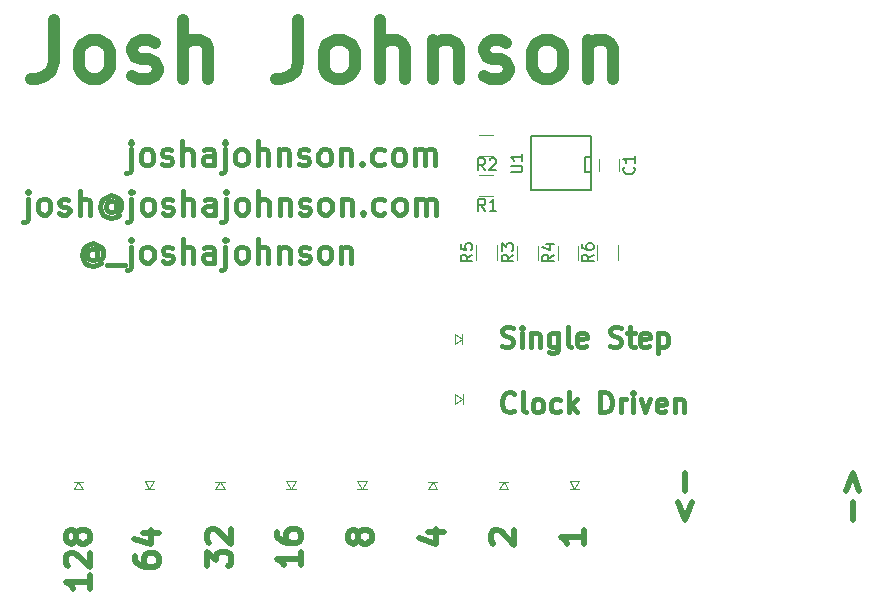
<source format=gbr>
G04 #@! TF.FileFunction,Legend,Top*
%FSLAX46Y46*%
G04 Gerber Fmt 4.6, Leading zero omitted, Abs format (unit mm)*
G04 Created by KiCad (PCBNEW 4.0.7) date 07/08/18 18:21:33*
%MOMM*%
%LPD*%
G01*
G04 APERTURE LIST*
%ADD10C,0.100000*%
%ADD11C,1.000000*%
%ADD12C,0.400000*%
%ADD13C,0.120000*%
%ADD14C,0.150000*%
%ADD15C,0.500000*%
G04 APERTURE END LIST*
D10*
D11*
X64907808Y-58602905D02*
X64907808Y-62174333D01*
X64669712Y-62888619D01*
X64193522Y-63364810D01*
X63479236Y-63602905D01*
X63003046Y-63602905D01*
X68003046Y-63602905D02*
X67526855Y-63364810D01*
X67288760Y-63126714D01*
X67050665Y-62650524D01*
X67050665Y-61221952D01*
X67288760Y-60745762D01*
X67526855Y-60507667D01*
X68003046Y-60269571D01*
X68717332Y-60269571D01*
X69193522Y-60507667D01*
X69431617Y-60745762D01*
X69669713Y-61221952D01*
X69669713Y-62650524D01*
X69431617Y-63126714D01*
X69193522Y-63364810D01*
X68717332Y-63602905D01*
X68003046Y-63602905D01*
X71574475Y-63364810D02*
X72050665Y-63602905D01*
X73003046Y-63602905D01*
X73479237Y-63364810D01*
X73717332Y-62888619D01*
X73717332Y-62650524D01*
X73479237Y-62174333D01*
X73003046Y-61936238D01*
X72288761Y-61936238D01*
X71812570Y-61698143D01*
X71574475Y-61221952D01*
X71574475Y-60983857D01*
X71812570Y-60507667D01*
X72288761Y-60269571D01*
X73003046Y-60269571D01*
X73479237Y-60507667D01*
X75860189Y-63602905D02*
X75860189Y-58602905D01*
X78003046Y-63602905D02*
X78003046Y-60983857D01*
X77764951Y-60507667D01*
X77288761Y-60269571D01*
X76574475Y-60269571D01*
X76098284Y-60507667D01*
X75860189Y-60745762D01*
X85622095Y-58602905D02*
X85622095Y-62174333D01*
X85383999Y-62888619D01*
X84907809Y-63364810D01*
X84193523Y-63602905D01*
X83717333Y-63602905D01*
X88717333Y-63602905D02*
X88241142Y-63364810D01*
X88003047Y-63126714D01*
X87764952Y-62650524D01*
X87764952Y-61221952D01*
X88003047Y-60745762D01*
X88241142Y-60507667D01*
X88717333Y-60269571D01*
X89431619Y-60269571D01*
X89907809Y-60507667D01*
X90145904Y-60745762D01*
X90384000Y-61221952D01*
X90384000Y-62650524D01*
X90145904Y-63126714D01*
X89907809Y-63364810D01*
X89431619Y-63602905D01*
X88717333Y-63602905D01*
X92526857Y-63602905D02*
X92526857Y-58602905D01*
X94669714Y-63602905D02*
X94669714Y-60983857D01*
X94431619Y-60507667D01*
X93955429Y-60269571D01*
X93241143Y-60269571D01*
X92764952Y-60507667D01*
X92526857Y-60745762D01*
X97050667Y-60269571D02*
X97050667Y-63602905D01*
X97050667Y-60745762D02*
X97288762Y-60507667D01*
X97764953Y-60269571D01*
X98479239Y-60269571D01*
X98955429Y-60507667D01*
X99193524Y-60983857D01*
X99193524Y-63602905D01*
X101336382Y-63364810D02*
X101812572Y-63602905D01*
X102764953Y-63602905D01*
X103241144Y-63364810D01*
X103479239Y-62888619D01*
X103479239Y-62650524D01*
X103241144Y-62174333D01*
X102764953Y-61936238D01*
X102050668Y-61936238D01*
X101574477Y-61698143D01*
X101336382Y-61221952D01*
X101336382Y-60983857D01*
X101574477Y-60507667D01*
X102050668Y-60269571D01*
X102764953Y-60269571D01*
X103241144Y-60507667D01*
X106336382Y-63602905D02*
X105860191Y-63364810D01*
X105622096Y-63126714D01*
X105384001Y-62650524D01*
X105384001Y-61221952D01*
X105622096Y-60745762D01*
X105860191Y-60507667D01*
X106336382Y-60269571D01*
X107050668Y-60269571D01*
X107526858Y-60507667D01*
X107764953Y-60745762D01*
X108003049Y-61221952D01*
X108003049Y-62650524D01*
X107764953Y-63126714D01*
X107526858Y-63364810D01*
X107050668Y-63602905D01*
X106336382Y-63602905D01*
X110145906Y-60269571D02*
X110145906Y-63602905D01*
X110145906Y-60745762D02*
X110384001Y-60507667D01*
X110860192Y-60269571D01*
X111574478Y-60269571D01*
X112050668Y-60507667D01*
X112288763Y-60983857D01*
X112288763Y-63602905D01*
D12*
X68597142Y-78184381D02*
X68501904Y-78089143D01*
X68311427Y-77993905D01*
X68120951Y-77993905D01*
X67930475Y-78089143D01*
X67835237Y-78184381D01*
X67739999Y-78374857D01*
X67739999Y-78565333D01*
X67835237Y-78755810D01*
X67930475Y-78851048D01*
X68120951Y-78946286D01*
X68311427Y-78946286D01*
X68501904Y-78851048D01*
X68597142Y-78755810D01*
X68597142Y-77993905D02*
X68597142Y-78755810D01*
X68692380Y-78851048D01*
X68787618Y-78851048D01*
X68978094Y-78755810D01*
X69073332Y-78565333D01*
X69073332Y-78089143D01*
X68882856Y-77803429D01*
X68597142Y-77612952D01*
X68216189Y-77517714D01*
X67835237Y-77612952D01*
X67549523Y-77803429D01*
X67359046Y-78089143D01*
X67263808Y-78470095D01*
X67359046Y-78851048D01*
X67549523Y-79136762D01*
X67835237Y-79327238D01*
X68216189Y-79422476D01*
X68597142Y-79327238D01*
X68882856Y-79136762D01*
X69454285Y-79327238D02*
X70978095Y-79327238D01*
X71454285Y-77803429D02*
X71454285Y-79517714D01*
X71359047Y-79708190D01*
X71168571Y-79803429D01*
X71073333Y-79803429D01*
X71454285Y-77136762D02*
X71359047Y-77232000D01*
X71454285Y-77327238D01*
X71549524Y-77232000D01*
X71454285Y-77136762D01*
X71454285Y-77327238D01*
X72692381Y-79136762D02*
X72501905Y-79041524D01*
X72406666Y-78946286D01*
X72311428Y-78755810D01*
X72311428Y-78184381D01*
X72406666Y-77993905D01*
X72501905Y-77898667D01*
X72692381Y-77803429D01*
X72978095Y-77803429D01*
X73168571Y-77898667D01*
X73263809Y-77993905D01*
X73359047Y-78184381D01*
X73359047Y-78755810D01*
X73263809Y-78946286D01*
X73168571Y-79041524D01*
X72978095Y-79136762D01*
X72692381Y-79136762D01*
X74120952Y-79041524D02*
X74311429Y-79136762D01*
X74692381Y-79136762D01*
X74882857Y-79041524D01*
X74978095Y-78851048D01*
X74978095Y-78755810D01*
X74882857Y-78565333D01*
X74692381Y-78470095D01*
X74406667Y-78470095D01*
X74216190Y-78374857D01*
X74120952Y-78184381D01*
X74120952Y-78089143D01*
X74216190Y-77898667D01*
X74406667Y-77803429D01*
X74692381Y-77803429D01*
X74882857Y-77898667D01*
X75835238Y-79136762D02*
X75835238Y-77136762D01*
X76692381Y-79136762D02*
X76692381Y-78089143D01*
X76597143Y-77898667D01*
X76406667Y-77803429D01*
X76120953Y-77803429D01*
X75930477Y-77898667D01*
X75835238Y-77993905D01*
X78501905Y-79136762D02*
X78501905Y-78089143D01*
X78406667Y-77898667D01*
X78216191Y-77803429D01*
X77835239Y-77803429D01*
X77644762Y-77898667D01*
X78501905Y-79041524D02*
X78311429Y-79136762D01*
X77835239Y-79136762D01*
X77644762Y-79041524D01*
X77549524Y-78851048D01*
X77549524Y-78660571D01*
X77644762Y-78470095D01*
X77835239Y-78374857D01*
X78311429Y-78374857D01*
X78501905Y-78279619D01*
X79454286Y-77803429D02*
X79454286Y-79517714D01*
X79359048Y-79708190D01*
X79168572Y-79803429D01*
X79073334Y-79803429D01*
X79454286Y-77136762D02*
X79359048Y-77232000D01*
X79454286Y-77327238D01*
X79549525Y-77232000D01*
X79454286Y-77136762D01*
X79454286Y-77327238D01*
X80692382Y-79136762D02*
X80501906Y-79041524D01*
X80406667Y-78946286D01*
X80311429Y-78755810D01*
X80311429Y-78184381D01*
X80406667Y-77993905D01*
X80501906Y-77898667D01*
X80692382Y-77803429D01*
X80978096Y-77803429D01*
X81168572Y-77898667D01*
X81263810Y-77993905D01*
X81359048Y-78184381D01*
X81359048Y-78755810D01*
X81263810Y-78946286D01*
X81168572Y-79041524D01*
X80978096Y-79136762D01*
X80692382Y-79136762D01*
X82216191Y-79136762D02*
X82216191Y-77136762D01*
X83073334Y-79136762D02*
X83073334Y-78089143D01*
X82978096Y-77898667D01*
X82787620Y-77803429D01*
X82501906Y-77803429D01*
X82311430Y-77898667D01*
X82216191Y-77993905D01*
X84025715Y-77803429D02*
X84025715Y-79136762D01*
X84025715Y-77993905D02*
X84120954Y-77898667D01*
X84311430Y-77803429D01*
X84597144Y-77803429D01*
X84787620Y-77898667D01*
X84882858Y-78089143D01*
X84882858Y-79136762D01*
X85740001Y-79041524D02*
X85930478Y-79136762D01*
X86311430Y-79136762D01*
X86501906Y-79041524D01*
X86597144Y-78851048D01*
X86597144Y-78755810D01*
X86501906Y-78565333D01*
X86311430Y-78470095D01*
X86025716Y-78470095D01*
X85835239Y-78374857D01*
X85740001Y-78184381D01*
X85740001Y-78089143D01*
X85835239Y-77898667D01*
X86025716Y-77803429D01*
X86311430Y-77803429D01*
X86501906Y-77898667D01*
X87740002Y-79136762D02*
X87549526Y-79041524D01*
X87454287Y-78946286D01*
X87359049Y-78755810D01*
X87359049Y-78184381D01*
X87454287Y-77993905D01*
X87549526Y-77898667D01*
X87740002Y-77803429D01*
X88025716Y-77803429D01*
X88216192Y-77898667D01*
X88311430Y-77993905D01*
X88406668Y-78184381D01*
X88406668Y-78755810D01*
X88311430Y-78946286D01*
X88216192Y-79041524D01*
X88025716Y-79136762D01*
X87740002Y-79136762D01*
X89263811Y-77803429D02*
X89263811Y-79136762D01*
X89263811Y-77993905D02*
X89359050Y-77898667D01*
X89549526Y-77803429D01*
X89835240Y-77803429D01*
X90025716Y-77898667D01*
X90120954Y-78089143D01*
X90120954Y-79136762D01*
X62724283Y-73736429D02*
X62724283Y-75450714D01*
X62629045Y-75641190D01*
X62438569Y-75736429D01*
X62343331Y-75736429D01*
X62724283Y-73069762D02*
X62629045Y-73165000D01*
X62724283Y-73260238D01*
X62819522Y-73165000D01*
X62724283Y-73069762D01*
X62724283Y-73260238D01*
X63962379Y-75069762D02*
X63771903Y-74974524D01*
X63676664Y-74879286D01*
X63581426Y-74688810D01*
X63581426Y-74117381D01*
X63676664Y-73926905D01*
X63771903Y-73831667D01*
X63962379Y-73736429D01*
X64248093Y-73736429D01*
X64438569Y-73831667D01*
X64533807Y-73926905D01*
X64629045Y-74117381D01*
X64629045Y-74688810D01*
X64533807Y-74879286D01*
X64438569Y-74974524D01*
X64248093Y-75069762D01*
X63962379Y-75069762D01*
X65390950Y-74974524D02*
X65581427Y-75069762D01*
X65962379Y-75069762D01*
X66152855Y-74974524D01*
X66248093Y-74784048D01*
X66248093Y-74688810D01*
X66152855Y-74498333D01*
X65962379Y-74403095D01*
X65676665Y-74403095D01*
X65486188Y-74307857D01*
X65390950Y-74117381D01*
X65390950Y-74022143D01*
X65486188Y-73831667D01*
X65676665Y-73736429D01*
X65962379Y-73736429D01*
X66152855Y-73831667D01*
X67105236Y-75069762D02*
X67105236Y-73069762D01*
X67962379Y-75069762D02*
X67962379Y-74022143D01*
X67867141Y-73831667D01*
X67676665Y-73736429D01*
X67390951Y-73736429D01*
X67200475Y-73831667D01*
X67105236Y-73926905D01*
X70152856Y-74117381D02*
X70057618Y-74022143D01*
X69867141Y-73926905D01*
X69676665Y-73926905D01*
X69486189Y-74022143D01*
X69390951Y-74117381D01*
X69295713Y-74307857D01*
X69295713Y-74498333D01*
X69390951Y-74688810D01*
X69486189Y-74784048D01*
X69676665Y-74879286D01*
X69867141Y-74879286D01*
X70057618Y-74784048D01*
X70152856Y-74688810D01*
X70152856Y-73926905D02*
X70152856Y-74688810D01*
X70248094Y-74784048D01*
X70343332Y-74784048D01*
X70533808Y-74688810D01*
X70629046Y-74498333D01*
X70629046Y-74022143D01*
X70438570Y-73736429D01*
X70152856Y-73545952D01*
X69771903Y-73450714D01*
X69390951Y-73545952D01*
X69105237Y-73736429D01*
X68914760Y-74022143D01*
X68819522Y-74403095D01*
X68914760Y-74784048D01*
X69105237Y-75069762D01*
X69390951Y-75260238D01*
X69771903Y-75355476D01*
X70152856Y-75260238D01*
X70438570Y-75069762D01*
X71486189Y-73736429D02*
X71486189Y-75450714D01*
X71390951Y-75641190D01*
X71200475Y-75736429D01*
X71105237Y-75736429D01*
X71486189Y-73069762D02*
X71390951Y-73165000D01*
X71486189Y-73260238D01*
X71581428Y-73165000D01*
X71486189Y-73069762D01*
X71486189Y-73260238D01*
X72724285Y-75069762D02*
X72533809Y-74974524D01*
X72438570Y-74879286D01*
X72343332Y-74688810D01*
X72343332Y-74117381D01*
X72438570Y-73926905D01*
X72533809Y-73831667D01*
X72724285Y-73736429D01*
X73009999Y-73736429D01*
X73200475Y-73831667D01*
X73295713Y-73926905D01*
X73390951Y-74117381D01*
X73390951Y-74688810D01*
X73295713Y-74879286D01*
X73200475Y-74974524D01*
X73009999Y-75069762D01*
X72724285Y-75069762D01*
X74152856Y-74974524D02*
X74343333Y-75069762D01*
X74724285Y-75069762D01*
X74914761Y-74974524D01*
X75009999Y-74784048D01*
X75009999Y-74688810D01*
X74914761Y-74498333D01*
X74724285Y-74403095D01*
X74438571Y-74403095D01*
X74248094Y-74307857D01*
X74152856Y-74117381D01*
X74152856Y-74022143D01*
X74248094Y-73831667D01*
X74438571Y-73736429D01*
X74724285Y-73736429D01*
X74914761Y-73831667D01*
X75867142Y-75069762D02*
X75867142Y-73069762D01*
X76724285Y-75069762D02*
X76724285Y-74022143D01*
X76629047Y-73831667D01*
X76438571Y-73736429D01*
X76152857Y-73736429D01*
X75962381Y-73831667D01*
X75867142Y-73926905D01*
X78533809Y-75069762D02*
X78533809Y-74022143D01*
X78438571Y-73831667D01*
X78248095Y-73736429D01*
X77867143Y-73736429D01*
X77676666Y-73831667D01*
X78533809Y-74974524D02*
X78343333Y-75069762D01*
X77867143Y-75069762D01*
X77676666Y-74974524D01*
X77581428Y-74784048D01*
X77581428Y-74593571D01*
X77676666Y-74403095D01*
X77867143Y-74307857D01*
X78343333Y-74307857D01*
X78533809Y-74212619D01*
X79486190Y-73736429D02*
X79486190Y-75450714D01*
X79390952Y-75641190D01*
X79200476Y-75736429D01*
X79105238Y-75736429D01*
X79486190Y-73069762D02*
X79390952Y-73165000D01*
X79486190Y-73260238D01*
X79581429Y-73165000D01*
X79486190Y-73069762D01*
X79486190Y-73260238D01*
X80724286Y-75069762D02*
X80533810Y-74974524D01*
X80438571Y-74879286D01*
X80343333Y-74688810D01*
X80343333Y-74117381D01*
X80438571Y-73926905D01*
X80533810Y-73831667D01*
X80724286Y-73736429D01*
X81010000Y-73736429D01*
X81200476Y-73831667D01*
X81295714Y-73926905D01*
X81390952Y-74117381D01*
X81390952Y-74688810D01*
X81295714Y-74879286D01*
X81200476Y-74974524D01*
X81010000Y-75069762D01*
X80724286Y-75069762D01*
X82248095Y-75069762D02*
X82248095Y-73069762D01*
X83105238Y-75069762D02*
X83105238Y-74022143D01*
X83010000Y-73831667D01*
X82819524Y-73736429D01*
X82533810Y-73736429D01*
X82343334Y-73831667D01*
X82248095Y-73926905D01*
X84057619Y-73736429D02*
X84057619Y-75069762D01*
X84057619Y-73926905D02*
X84152858Y-73831667D01*
X84343334Y-73736429D01*
X84629048Y-73736429D01*
X84819524Y-73831667D01*
X84914762Y-74022143D01*
X84914762Y-75069762D01*
X85771905Y-74974524D02*
X85962382Y-75069762D01*
X86343334Y-75069762D01*
X86533810Y-74974524D01*
X86629048Y-74784048D01*
X86629048Y-74688810D01*
X86533810Y-74498333D01*
X86343334Y-74403095D01*
X86057620Y-74403095D01*
X85867143Y-74307857D01*
X85771905Y-74117381D01*
X85771905Y-74022143D01*
X85867143Y-73831667D01*
X86057620Y-73736429D01*
X86343334Y-73736429D01*
X86533810Y-73831667D01*
X87771906Y-75069762D02*
X87581430Y-74974524D01*
X87486191Y-74879286D01*
X87390953Y-74688810D01*
X87390953Y-74117381D01*
X87486191Y-73926905D01*
X87581430Y-73831667D01*
X87771906Y-73736429D01*
X88057620Y-73736429D01*
X88248096Y-73831667D01*
X88343334Y-73926905D01*
X88438572Y-74117381D01*
X88438572Y-74688810D01*
X88343334Y-74879286D01*
X88248096Y-74974524D01*
X88057620Y-75069762D01*
X87771906Y-75069762D01*
X89295715Y-73736429D02*
X89295715Y-75069762D01*
X89295715Y-73926905D02*
X89390954Y-73831667D01*
X89581430Y-73736429D01*
X89867144Y-73736429D01*
X90057620Y-73831667D01*
X90152858Y-74022143D01*
X90152858Y-75069762D01*
X91105239Y-74879286D02*
X91200478Y-74974524D01*
X91105239Y-75069762D01*
X91010001Y-74974524D01*
X91105239Y-74879286D01*
X91105239Y-75069762D01*
X92914763Y-74974524D02*
X92724287Y-75069762D01*
X92343335Y-75069762D01*
X92152859Y-74974524D01*
X92057620Y-74879286D01*
X91962382Y-74688810D01*
X91962382Y-74117381D01*
X92057620Y-73926905D01*
X92152859Y-73831667D01*
X92343335Y-73736429D01*
X92724287Y-73736429D01*
X92914763Y-73831667D01*
X94057621Y-75069762D02*
X93867145Y-74974524D01*
X93771906Y-74879286D01*
X93676668Y-74688810D01*
X93676668Y-74117381D01*
X93771906Y-73926905D01*
X93867145Y-73831667D01*
X94057621Y-73736429D01*
X94343335Y-73736429D01*
X94533811Y-73831667D01*
X94629049Y-73926905D01*
X94724287Y-74117381D01*
X94724287Y-74688810D01*
X94629049Y-74879286D01*
X94533811Y-74974524D01*
X94343335Y-75069762D01*
X94057621Y-75069762D01*
X95581430Y-75069762D02*
X95581430Y-73736429D01*
X95581430Y-73926905D02*
X95676669Y-73831667D01*
X95867145Y-73736429D01*
X96152859Y-73736429D01*
X96343335Y-73831667D01*
X96438573Y-74022143D01*
X96438573Y-75069762D01*
X96438573Y-74022143D02*
X96533811Y-73831667D01*
X96724288Y-73736429D01*
X97010002Y-73736429D01*
X97200478Y-73831667D01*
X97295716Y-74022143D01*
X97295716Y-75069762D01*
X71423236Y-69548429D02*
X71423236Y-71262714D01*
X71327998Y-71453190D01*
X71137522Y-71548429D01*
X71042284Y-71548429D01*
X71423236Y-68881762D02*
X71327998Y-68977000D01*
X71423236Y-69072238D01*
X71518475Y-68977000D01*
X71423236Y-68881762D01*
X71423236Y-69072238D01*
X72661332Y-70881762D02*
X72470856Y-70786524D01*
X72375617Y-70691286D01*
X72280379Y-70500810D01*
X72280379Y-69929381D01*
X72375617Y-69738905D01*
X72470856Y-69643667D01*
X72661332Y-69548429D01*
X72947046Y-69548429D01*
X73137522Y-69643667D01*
X73232760Y-69738905D01*
X73327998Y-69929381D01*
X73327998Y-70500810D01*
X73232760Y-70691286D01*
X73137522Y-70786524D01*
X72947046Y-70881762D01*
X72661332Y-70881762D01*
X74089903Y-70786524D02*
X74280380Y-70881762D01*
X74661332Y-70881762D01*
X74851808Y-70786524D01*
X74947046Y-70596048D01*
X74947046Y-70500810D01*
X74851808Y-70310333D01*
X74661332Y-70215095D01*
X74375618Y-70215095D01*
X74185141Y-70119857D01*
X74089903Y-69929381D01*
X74089903Y-69834143D01*
X74185141Y-69643667D01*
X74375618Y-69548429D01*
X74661332Y-69548429D01*
X74851808Y-69643667D01*
X75804189Y-70881762D02*
X75804189Y-68881762D01*
X76661332Y-70881762D02*
X76661332Y-69834143D01*
X76566094Y-69643667D01*
X76375618Y-69548429D01*
X76089904Y-69548429D01*
X75899428Y-69643667D01*
X75804189Y-69738905D01*
X78470856Y-70881762D02*
X78470856Y-69834143D01*
X78375618Y-69643667D01*
X78185142Y-69548429D01*
X77804190Y-69548429D01*
X77613713Y-69643667D01*
X78470856Y-70786524D02*
X78280380Y-70881762D01*
X77804190Y-70881762D01*
X77613713Y-70786524D01*
X77518475Y-70596048D01*
X77518475Y-70405571D01*
X77613713Y-70215095D01*
X77804190Y-70119857D01*
X78280380Y-70119857D01*
X78470856Y-70024619D01*
X79423237Y-69548429D02*
X79423237Y-71262714D01*
X79327999Y-71453190D01*
X79137523Y-71548429D01*
X79042285Y-71548429D01*
X79423237Y-68881762D02*
X79327999Y-68977000D01*
X79423237Y-69072238D01*
X79518476Y-68977000D01*
X79423237Y-68881762D01*
X79423237Y-69072238D01*
X80661333Y-70881762D02*
X80470857Y-70786524D01*
X80375618Y-70691286D01*
X80280380Y-70500810D01*
X80280380Y-69929381D01*
X80375618Y-69738905D01*
X80470857Y-69643667D01*
X80661333Y-69548429D01*
X80947047Y-69548429D01*
X81137523Y-69643667D01*
X81232761Y-69738905D01*
X81327999Y-69929381D01*
X81327999Y-70500810D01*
X81232761Y-70691286D01*
X81137523Y-70786524D01*
X80947047Y-70881762D01*
X80661333Y-70881762D01*
X82185142Y-70881762D02*
X82185142Y-68881762D01*
X83042285Y-70881762D02*
X83042285Y-69834143D01*
X82947047Y-69643667D01*
X82756571Y-69548429D01*
X82470857Y-69548429D01*
X82280381Y-69643667D01*
X82185142Y-69738905D01*
X83994666Y-69548429D02*
X83994666Y-70881762D01*
X83994666Y-69738905D02*
X84089905Y-69643667D01*
X84280381Y-69548429D01*
X84566095Y-69548429D01*
X84756571Y-69643667D01*
X84851809Y-69834143D01*
X84851809Y-70881762D01*
X85708952Y-70786524D02*
X85899429Y-70881762D01*
X86280381Y-70881762D01*
X86470857Y-70786524D01*
X86566095Y-70596048D01*
X86566095Y-70500810D01*
X86470857Y-70310333D01*
X86280381Y-70215095D01*
X85994667Y-70215095D01*
X85804190Y-70119857D01*
X85708952Y-69929381D01*
X85708952Y-69834143D01*
X85804190Y-69643667D01*
X85994667Y-69548429D01*
X86280381Y-69548429D01*
X86470857Y-69643667D01*
X87708953Y-70881762D02*
X87518477Y-70786524D01*
X87423238Y-70691286D01*
X87328000Y-70500810D01*
X87328000Y-69929381D01*
X87423238Y-69738905D01*
X87518477Y-69643667D01*
X87708953Y-69548429D01*
X87994667Y-69548429D01*
X88185143Y-69643667D01*
X88280381Y-69738905D01*
X88375619Y-69929381D01*
X88375619Y-70500810D01*
X88280381Y-70691286D01*
X88185143Y-70786524D01*
X87994667Y-70881762D01*
X87708953Y-70881762D01*
X89232762Y-69548429D02*
X89232762Y-70881762D01*
X89232762Y-69738905D02*
X89328001Y-69643667D01*
X89518477Y-69548429D01*
X89804191Y-69548429D01*
X89994667Y-69643667D01*
X90089905Y-69834143D01*
X90089905Y-70881762D01*
X91042286Y-70691286D02*
X91137525Y-70786524D01*
X91042286Y-70881762D01*
X90947048Y-70786524D01*
X91042286Y-70691286D01*
X91042286Y-70881762D01*
X92851810Y-70786524D02*
X92661334Y-70881762D01*
X92280382Y-70881762D01*
X92089906Y-70786524D01*
X91994667Y-70691286D01*
X91899429Y-70500810D01*
X91899429Y-69929381D01*
X91994667Y-69738905D01*
X92089906Y-69643667D01*
X92280382Y-69548429D01*
X92661334Y-69548429D01*
X92851810Y-69643667D01*
X93994668Y-70881762D02*
X93804192Y-70786524D01*
X93708953Y-70691286D01*
X93613715Y-70500810D01*
X93613715Y-69929381D01*
X93708953Y-69738905D01*
X93804192Y-69643667D01*
X93994668Y-69548429D01*
X94280382Y-69548429D01*
X94470858Y-69643667D01*
X94566096Y-69738905D01*
X94661334Y-69929381D01*
X94661334Y-70500810D01*
X94566096Y-70691286D01*
X94470858Y-70786524D01*
X94280382Y-70881762D01*
X93994668Y-70881762D01*
X95518477Y-70881762D02*
X95518477Y-69548429D01*
X95518477Y-69738905D02*
X95613716Y-69643667D01*
X95804192Y-69548429D01*
X96089906Y-69548429D01*
X96280382Y-69643667D01*
X96375620Y-69834143D01*
X96375620Y-70881762D01*
X96375620Y-69834143D02*
X96470858Y-69643667D01*
X96661335Y-69548429D01*
X96947049Y-69548429D01*
X97137525Y-69643667D01*
X97232763Y-69834143D01*
X97232763Y-70881762D01*
X103913029Y-91666143D02*
X103832077Y-91747095D01*
X103589220Y-91828048D01*
X103427315Y-91828048D01*
X103184458Y-91747095D01*
X103022553Y-91585190D01*
X102941601Y-91423286D01*
X102860649Y-91099476D01*
X102860649Y-90856619D01*
X102941601Y-90532810D01*
X103022553Y-90370905D01*
X103184458Y-90209000D01*
X103427315Y-90128048D01*
X103589220Y-90128048D01*
X103832077Y-90209000D01*
X103913029Y-90289952D01*
X104884458Y-91828048D02*
X104722553Y-91747095D01*
X104641601Y-91585190D01*
X104641601Y-90128048D01*
X105774934Y-91828048D02*
X105613029Y-91747095D01*
X105532077Y-91666143D01*
X105451125Y-91504238D01*
X105451125Y-91018524D01*
X105532077Y-90856619D01*
X105613029Y-90775667D01*
X105774934Y-90694714D01*
X106017791Y-90694714D01*
X106179696Y-90775667D01*
X106260648Y-90856619D01*
X106341601Y-91018524D01*
X106341601Y-91504238D01*
X106260648Y-91666143D01*
X106179696Y-91747095D01*
X106017791Y-91828048D01*
X105774934Y-91828048D01*
X107798743Y-91747095D02*
X107636839Y-91828048D01*
X107313029Y-91828048D01*
X107151124Y-91747095D01*
X107070172Y-91666143D01*
X106989220Y-91504238D01*
X106989220Y-91018524D01*
X107070172Y-90856619D01*
X107151124Y-90775667D01*
X107313029Y-90694714D01*
X107636839Y-90694714D01*
X107798743Y-90775667D01*
X108527315Y-91828048D02*
X108527315Y-90128048D01*
X108689220Y-91180429D02*
X109174934Y-91828048D01*
X109174934Y-90694714D02*
X108527315Y-91342333D01*
X111198743Y-91828048D02*
X111198743Y-90128048D01*
X111603505Y-90128048D01*
X111846362Y-90209000D01*
X112008267Y-90370905D01*
X112089219Y-90532810D01*
X112170171Y-90856619D01*
X112170171Y-91099476D01*
X112089219Y-91423286D01*
X112008267Y-91585190D01*
X111846362Y-91747095D01*
X111603505Y-91828048D01*
X111198743Y-91828048D01*
X112898743Y-91828048D02*
X112898743Y-90694714D01*
X112898743Y-91018524D02*
X112979695Y-90856619D01*
X113060648Y-90775667D01*
X113222552Y-90694714D01*
X113384457Y-90694714D01*
X113951124Y-91828048D02*
X113951124Y-90694714D01*
X113951124Y-90128048D02*
X113870172Y-90209000D01*
X113951124Y-90289952D01*
X114032076Y-90209000D01*
X113951124Y-90128048D01*
X113951124Y-90289952D01*
X114598743Y-90694714D02*
X115003505Y-91828048D01*
X115408267Y-90694714D01*
X116703505Y-91747095D02*
X116541600Y-91828048D01*
X116217791Y-91828048D01*
X116055886Y-91747095D01*
X115974934Y-91585190D01*
X115974934Y-90937571D01*
X116055886Y-90775667D01*
X116217791Y-90694714D01*
X116541600Y-90694714D01*
X116703505Y-90775667D01*
X116784457Y-90937571D01*
X116784457Y-91099476D01*
X115974934Y-91261381D01*
X117513029Y-90694714D02*
X117513029Y-91828048D01*
X117513029Y-90856619D02*
X117593981Y-90775667D01*
X117755886Y-90694714D01*
X117998743Y-90694714D01*
X118160648Y-90775667D01*
X118241600Y-90937571D01*
X118241600Y-91828048D01*
X102837543Y-86184495D02*
X103080400Y-86265448D01*
X103485162Y-86265448D01*
X103647066Y-86184495D01*
X103728019Y-86103543D01*
X103808971Y-85941638D01*
X103808971Y-85779733D01*
X103728019Y-85617829D01*
X103647066Y-85536876D01*
X103485162Y-85455924D01*
X103161352Y-85374971D01*
X102999447Y-85294019D01*
X102918495Y-85213067D01*
X102837543Y-85051162D01*
X102837543Y-84889257D01*
X102918495Y-84727352D01*
X102999447Y-84646400D01*
X103161352Y-84565448D01*
X103566114Y-84565448D01*
X103808971Y-84646400D01*
X104537543Y-86265448D02*
X104537543Y-85132114D01*
X104537543Y-84565448D02*
X104456591Y-84646400D01*
X104537543Y-84727352D01*
X104618495Y-84646400D01*
X104537543Y-84565448D01*
X104537543Y-84727352D01*
X105347067Y-85132114D02*
X105347067Y-86265448D01*
X105347067Y-85294019D02*
X105428019Y-85213067D01*
X105589924Y-85132114D01*
X105832781Y-85132114D01*
X105994686Y-85213067D01*
X106075638Y-85374971D01*
X106075638Y-86265448D01*
X107613733Y-85132114D02*
X107613733Y-86508305D01*
X107532781Y-86670210D01*
X107451829Y-86751162D01*
X107289924Y-86832114D01*
X107047067Y-86832114D01*
X106885162Y-86751162D01*
X107613733Y-86184495D02*
X107451829Y-86265448D01*
X107128019Y-86265448D01*
X106966114Y-86184495D01*
X106885162Y-86103543D01*
X106804210Y-85941638D01*
X106804210Y-85455924D01*
X106885162Y-85294019D01*
X106966114Y-85213067D01*
X107128019Y-85132114D01*
X107451829Y-85132114D01*
X107613733Y-85213067D01*
X108666114Y-86265448D02*
X108504209Y-86184495D01*
X108423257Y-86022590D01*
X108423257Y-84565448D01*
X109961352Y-86184495D02*
X109799447Y-86265448D01*
X109475638Y-86265448D01*
X109313733Y-86184495D01*
X109232781Y-86022590D01*
X109232781Y-85374971D01*
X109313733Y-85213067D01*
X109475638Y-85132114D01*
X109799447Y-85132114D01*
X109961352Y-85213067D01*
X110042304Y-85374971D01*
X110042304Y-85536876D01*
X109232781Y-85698781D01*
X111985162Y-86184495D02*
X112228019Y-86265448D01*
X112632781Y-86265448D01*
X112794685Y-86184495D01*
X112875638Y-86103543D01*
X112956590Y-85941638D01*
X112956590Y-85779733D01*
X112875638Y-85617829D01*
X112794685Y-85536876D01*
X112632781Y-85455924D01*
X112308971Y-85374971D01*
X112147066Y-85294019D01*
X112066114Y-85213067D01*
X111985162Y-85051162D01*
X111985162Y-84889257D01*
X112066114Y-84727352D01*
X112147066Y-84646400D01*
X112308971Y-84565448D01*
X112713733Y-84565448D01*
X112956590Y-84646400D01*
X113442305Y-85132114D02*
X114089924Y-85132114D01*
X113685162Y-84565448D02*
X113685162Y-86022590D01*
X113766114Y-86184495D01*
X113928019Y-86265448D01*
X114089924Y-86265448D01*
X115304210Y-86184495D02*
X115142305Y-86265448D01*
X114818496Y-86265448D01*
X114656591Y-86184495D01*
X114575639Y-86022590D01*
X114575639Y-85374971D01*
X114656591Y-85213067D01*
X114818496Y-85132114D01*
X115142305Y-85132114D01*
X115304210Y-85213067D01*
X115385162Y-85374971D01*
X115385162Y-85536876D01*
X114575639Y-85698781D01*
X116113734Y-85132114D02*
X116113734Y-86832114D01*
X116113734Y-85213067D02*
X116275639Y-85132114D01*
X116599448Y-85132114D01*
X116761353Y-85213067D01*
X116842305Y-85294019D01*
X116923258Y-85455924D01*
X116923258Y-85941638D01*
X116842305Y-86103543D01*
X116761353Y-86184495D01*
X116599448Y-86265448D01*
X116275639Y-86265448D01*
X116113734Y-86184495D01*
D10*
X99532400Y-91078000D02*
X99532400Y-90278000D01*
X99482400Y-90678000D02*
X98882400Y-91078000D01*
X98882400Y-90278000D02*
X99482400Y-90678000D01*
X98882400Y-91078000D02*
X98882400Y-90278000D01*
D13*
X112737000Y-71382000D02*
X112737000Y-70382000D01*
X111037000Y-70382000D02*
X111037000Y-71382000D01*
X102139000Y-73524000D02*
X100939000Y-73524000D01*
X100939000Y-71764000D02*
X102139000Y-71764000D01*
X102139000Y-70095000D02*
X100939000Y-70095000D01*
X100939000Y-68335000D02*
X102139000Y-68335000D01*
X105909000Y-77698000D02*
X105909000Y-78898000D01*
X104149000Y-78898000D02*
X104149000Y-77698000D01*
X109338000Y-77698000D02*
X109338000Y-78898000D01*
X107578000Y-78898000D02*
X107578000Y-77698000D01*
X102432500Y-77693000D02*
X102432500Y-78893000D01*
X100672500Y-78893000D02*
X100672500Y-77693000D01*
X112703500Y-77693000D02*
X112703500Y-78893000D01*
X110943500Y-78893000D02*
X110943500Y-77693000D01*
D14*
X110363000Y-73025000D02*
X105283000Y-73025000D01*
X105283000Y-73025000D02*
X105283000Y-68453000D01*
X105283000Y-68453000D02*
X110363000Y-68453000D01*
X110363000Y-68453000D02*
X110363000Y-73025000D01*
X110363000Y-71501000D02*
X109855000Y-71501000D01*
X109855000Y-71501000D02*
X109855000Y-70231000D01*
X109855000Y-70231000D02*
X110363000Y-70231000D01*
D10*
X97400000Y-97680000D02*
X96600000Y-97680000D01*
X97000000Y-97730000D02*
X97400000Y-98330000D01*
X96600000Y-98330000D02*
X97000000Y-97730000D01*
X97400000Y-98330000D02*
X96600000Y-98330000D01*
X108600000Y-98320000D02*
X109400000Y-98320000D01*
X109000000Y-98270000D02*
X108600000Y-97670000D01*
X109400000Y-97670000D02*
X109000000Y-98270000D01*
X108600000Y-97670000D02*
X109400000Y-97670000D01*
X103400000Y-97680000D02*
X102600000Y-97680000D01*
X103000000Y-97730000D02*
X103400000Y-98330000D01*
X102600000Y-98330000D02*
X103000000Y-97730000D01*
X103400000Y-98330000D02*
X102600000Y-98330000D01*
X90600000Y-98320000D02*
X91400000Y-98320000D01*
X91000000Y-98270000D02*
X90600000Y-97670000D01*
X91400000Y-97670000D02*
X91000000Y-98270000D01*
X90600000Y-97670000D02*
X91400000Y-97670000D01*
X84600000Y-98320000D02*
X85400000Y-98320000D01*
X85000000Y-98270000D02*
X84600000Y-97670000D01*
X85400000Y-97670000D02*
X85000000Y-98270000D01*
X84600000Y-97670000D02*
X85400000Y-97670000D01*
X79400000Y-97680000D02*
X78600000Y-97680000D01*
X79000000Y-97730000D02*
X79400000Y-98330000D01*
X78600000Y-98330000D02*
X79000000Y-97730000D01*
X79400000Y-98330000D02*
X78600000Y-98330000D01*
X72600000Y-98320000D02*
X73400000Y-98320000D01*
X73000000Y-98270000D02*
X72600000Y-97670000D01*
X73400000Y-97670000D02*
X73000000Y-98270000D01*
X72600000Y-97670000D02*
X73400000Y-97670000D01*
X67400000Y-97680000D02*
X66600000Y-97680000D01*
X67000000Y-97730000D02*
X67400000Y-98330000D01*
X66600000Y-98330000D02*
X67000000Y-97730000D01*
X67400000Y-98330000D02*
X66600000Y-98330000D01*
X99508000Y-85998000D02*
X99508000Y-85198000D01*
X99458000Y-85598000D02*
X98858000Y-85998000D01*
X98858000Y-85198000D02*
X99458000Y-85598000D01*
X98858000Y-85998000D02*
X98858000Y-85198000D01*
D15*
D14*
X114022143Y-71048666D02*
X114069762Y-71096285D01*
X114117381Y-71239142D01*
X114117381Y-71334380D01*
X114069762Y-71477238D01*
X113974524Y-71572476D01*
X113879286Y-71620095D01*
X113688810Y-71667714D01*
X113545952Y-71667714D01*
X113355476Y-71620095D01*
X113260238Y-71572476D01*
X113165000Y-71477238D01*
X113117381Y-71334380D01*
X113117381Y-71239142D01*
X113165000Y-71096285D01*
X113212619Y-71048666D01*
X114117381Y-70096285D02*
X114117381Y-70667714D01*
X114117381Y-70382000D02*
X113117381Y-70382000D01*
X113260238Y-70477238D01*
X113355476Y-70572476D01*
X113403095Y-70667714D01*
X101438334Y-74747381D02*
X101105000Y-74271190D01*
X100866905Y-74747381D02*
X100866905Y-73747381D01*
X101247858Y-73747381D01*
X101343096Y-73795000D01*
X101390715Y-73842619D01*
X101438334Y-73937857D01*
X101438334Y-74080714D01*
X101390715Y-74175952D01*
X101343096Y-74223571D01*
X101247858Y-74271190D01*
X100866905Y-74271190D01*
X102390715Y-74747381D02*
X101819286Y-74747381D01*
X102105000Y-74747381D02*
X102105000Y-73747381D01*
X102009762Y-73890238D01*
X101914524Y-73985476D01*
X101819286Y-74033095D01*
X101433334Y-71318381D02*
X101100000Y-70842190D01*
X100861905Y-71318381D02*
X100861905Y-70318381D01*
X101242858Y-70318381D01*
X101338096Y-70366000D01*
X101385715Y-70413619D01*
X101433334Y-70508857D01*
X101433334Y-70651714D01*
X101385715Y-70746952D01*
X101338096Y-70794571D01*
X101242858Y-70842190D01*
X100861905Y-70842190D01*
X101814286Y-70413619D02*
X101861905Y-70366000D01*
X101957143Y-70318381D01*
X102195239Y-70318381D01*
X102290477Y-70366000D01*
X102338096Y-70413619D01*
X102385715Y-70508857D01*
X102385715Y-70604095D01*
X102338096Y-70746952D01*
X101766667Y-71318381D01*
X102385715Y-71318381D01*
X103831381Y-78464666D02*
X103355190Y-78798000D01*
X103831381Y-79036095D02*
X102831381Y-79036095D01*
X102831381Y-78655142D01*
X102879000Y-78559904D01*
X102926619Y-78512285D01*
X103021857Y-78464666D01*
X103164714Y-78464666D01*
X103259952Y-78512285D01*
X103307571Y-78559904D01*
X103355190Y-78655142D01*
X103355190Y-79036095D01*
X102831381Y-78131333D02*
X102831381Y-77512285D01*
X103212333Y-77845619D01*
X103212333Y-77702761D01*
X103259952Y-77607523D01*
X103307571Y-77559904D01*
X103402810Y-77512285D01*
X103640905Y-77512285D01*
X103736143Y-77559904D01*
X103783762Y-77607523D01*
X103831381Y-77702761D01*
X103831381Y-77988476D01*
X103783762Y-78083714D01*
X103736143Y-78131333D01*
X107260381Y-78464666D02*
X106784190Y-78798000D01*
X107260381Y-79036095D02*
X106260381Y-79036095D01*
X106260381Y-78655142D01*
X106308000Y-78559904D01*
X106355619Y-78512285D01*
X106450857Y-78464666D01*
X106593714Y-78464666D01*
X106688952Y-78512285D01*
X106736571Y-78559904D01*
X106784190Y-78655142D01*
X106784190Y-79036095D01*
X106593714Y-77607523D02*
X107260381Y-77607523D01*
X106212762Y-77845619D02*
X106927048Y-78083714D01*
X106927048Y-77464666D01*
X100354881Y-78459666D02*
X99878690Y-78793000D01*
X100354881Y-79031095D02*
X99354881Y-79031095D01*
X99354881Y-78650142D01*
X99402500Y-78554904D01*
X99450119Y-78507285D01*
X99545357Y-78459666D01*
X99688214Y-78459666D01*
X99783452Y-78507285D01*
X99831071Y-78554904D01*
X99878690Y-78650142D01*
X99878690Y-79031095D01*
X99354881Y-77554904D02*
X99354881Y-78031095D01*
X99831071Y-78078714D01*
X99783452Y-78031095D01*
X99735833Y-77935857D01*
X99735833Y-77697761D01*
X99783452Y-77602523D01*
X99831071Y-77554904D01*
X99926310Y-77507285D01*
X100164405Y-77507285D01*
X100259643Y-77554904D01*
X100307262Y-77602523D01*
X100354881Y-77697761D01*
X100354881Y-77935857D01*
X100307262Y-78031095D01*
X100259643Y-78078714D01*
X110625881Y-78459666D02*
X110149690Y-78793000D01*
X110625881Y-79031095D02*
X109625881Y-79031095D01*
X109625881Y-78650142D01*
X109673500Y-78554904D01*
X109721119Y-78507285D01*
X109816357Y-78459666D01*
X109959214Y-78459666D01*
X110054452Y-78507285D01*
X110102071Y-78554904D01*
X110149690Y-78650142D01*
X110149690Y-79031095D01*
X109625881Y-77602523D02*
X109625881Y-77793000D01*
X109673500Y-77888238D01*
X109721119Y-77935857D01*
X109863976Y-78031095D01*
X110054452Y-78078714D01*
X110435405Y-78078714D01*
X110530643Y-78031095D01*
X110578262Y-77983476D01*
X110625881Y-77888238D01*
X110625881Y-77697761D01*
X110578262Y-77602523D01*
X110530643Y-77554904D01*
X110435405Y-77507285D01*
X110197310Y-77507285D01*
X110102071Y-77554904D01*
X110054452Y-77602523D01*
X110006833Y-77697761D01*
X110006833Y-77888238D01*
X110054452Y-77983476D01*
X110102071Y-78031095D01*
X110197310Y-78078714D01*
X103592381Y-71500905D02*
X104401905Y-71500905D01*
X104497143Y-71453286D01*
X104544762Y-71405667D01*
X104592381Y-71310429D01*
X104592381Y-71119952D01*
X104544762Y-71024714D01*
X104497143Y-70977095D01*
X104401905Y-70929476D01*
X103592381Y-70929476D01*
X104592381Y-69929476D02*
X104592381Y-70500905D01*
X104592381Y-70215191D02*
X103592381Y-70215191D01*
X103735238Y-70310429D01*
X103830476Y-70405667D01*
X103878095Y-70500905D01*
D15*
X96599429Y-101981048D02*
X97932762Y-101981048D01*
X95837524Y-102457238D02*
X97266095Y-102933429D01*
X97266095Y-101695333D01*
X109836762Y-101790571D02*
X109836762Y-102933429D01*
X109836762Y-102362000D02*
X107836762Y-102362000D01*
X108122476Y-102552476D01*
X108312952Y-102742952D01*
X108408190Y-102933429D01*
X102092238Y-102933429D02*
X101997000Y-102838191D01*
X101901762Y-102647714D01*
X101901762Y-102171524D01*
X101997000Y-101981048D01*
X102092238Y-101885810D01*
X102282714Y-101790571D01*
X102473190Y-101790571D01*
X102758905Y-101885810D01*
X103901762Y-103028667D01*
X103901762Y-101790571D01*
X90693905Y-102552476D02*
X90598667Y-102742952D01*
X90503429Y-102838191D01*
X90312952Y-102933429D01*
X90217714Y-102933429D01*
X90027238Y-102838191D01*
X89932000Y-102742952D01*
X89836762Y-102552476D01*
X89836762Y-102171524D01*
X89932000Y-101981048D01*
X90027238Y-101885810D01*
X90217714Y-101790571D01*
X90312952Y-101790571D01*
X90503429Y-101885810D01*
X90598667Y-101981048D01*
X90693905Y-102171524D01*
X90693905Y-102552476D01*
X90789143Y-102742952D01*
X90884381Y-102838191D01*
X91074857Y-102933429D01*
X91455810Y-102933429D01*
X91646286Y-102838191D01*
X91741524Y-102742952D01*
X91836762Y-102552476D01*
X91836762Y-102171524D01*
X91741524Y-101981048D01*
X91646286Y-101885810D01*
X91455810Y-101790571D01*
X91074857Y-101790571D01*
X90884381Y-101885810D01*
X90789143Y-101981048D01*
X90693905Y-102171524D01*
X85836762Y-103631952D02*
X85836762Y-104774810D01*
X85836762Y-104203381D02*
X83836762Y-104203381D01*
X84122476Y-104393857D01*
X84312952Y-104584333D01*
X84408190Y-104774810D01*
X83836762Y-101917667D02*
X83836762Y-102298619D01*
X83932000Y-102489095D01*
X84027238Y-102584333D01*
X84312952Y-102774810D01*
X84693905Y-102870048D01*
X85455810Y-102870048D01*
X85646286Y-102774810D01*
X85741524Y-102679571D01*
X85836762Y-102489095D01*
X85836762Y-102108143D01*
X85741524Y-101917667D01*
X85646286Y-101822429D01*
X85455810Y-101727190D01*
X84979619Y-101727190D01*
X84789143Y-101822429D01*
X84693905Y-101917667D01*
X84598667Y-102108143D01*
X84598667Y-102489095D01*
X84693905Y-102679571D01*
X84789143Y-102774810D01*
X84979619Y-102870048D01*
X77898762Y-104870048D02*
X77898762Y-103631952D01*
X78660667Y-104298619D01*
X78660667Y-104012905D01*
X78755905Y-103822429D01*
X78851143Y-103727191D01*
X79041619Y-103631952D01*
X79517810Y-103631952D01*
X79708286Y-103727191D01*
X79803524Y-103822429D01*
X79898762Y-104012905D01*
X79898762Y-104584333D01*
X79803524Y-104774810D01*
X79708286Y-104870048D01*
X78089238Y-102870048D02*
X77994000Y-102774810D01*
X77898762Y-102584333D01*
X77898762Y-102108143D01*
X77994000Y-101917667D01*
X78089238Y-101822429D01*
X78279714Y-101727190D01*
X78470190Y-101727190D01*
X78755905Y-101822429D01*
X79898762Y-102965286D01*
X79898762Y-101727190D01*
X71802762Y-103949429D02*
X71802762Y-104330381D01*
X71898000Y-104520857D01*
X71993238Y-104616095D01*
X72278952Y-104806572D01*
X72659905Y-104901810D01*
X73421810Y-104901810D01*
X73612286Y-104806572D01*
X73707524Y-104711333D01*
X73802762Y-104520857D01*
X73802762Y-104139905D01*
X73707524Y-103949429D01*
X73612286Y-103854191D01*
X73421810Y-103758952D01*
X72945619Y-103758952D01*
X72755143Y-103854191D01*
X72659905Y-103949429D01*
X72564667Y-104139905D01*
X72564667Y-104520857D01*
X72659905Y-104711333D01*
X72755143Y-104806572D01*
X72945619Y-104901810D01*
X72469429Y-102044667D02*
X73802762Y-102044667D01*
X71707524Y-102520857D02*
X73136095Y-102997048D01*
X73136095Y-101758952D01*
X67960762Y-105600333D02*
X67960762Y-106743191D01*
X67960762Y-106171762D02*
X65960762Y-106171762D01*
X66246476Y-106362238D01*
X66436952Y-106552714D01*
X66532190Y-106743191D01*
X66151238Y-104838429D02*
X66056000Y-104743191D01*
X65960762Y-104552714D01*
X65960762Y-104076524D01*
X66056000Y-103886048D01*
X66151238Y-103790810D01*
X66341714Y-103695571D01*
X66532190Y-103695571D01*
X66817905Y-103790810D01*
X67960762Y-104933667D01*
X67960762Y-103695571D01*
X66817905Y-102552714D02*
X66722667Y-102743190D01*
X66627429Y-102838429D01*
X66436952Y-102933667D01*
X66341714Y-102933667D01*
X66151238Y-102838429D01*
X66056000Y-102743190D01*
X65960762Y-102552714D01*
X65960762Y-102171762D01*
X66056000Y-101981286D01*
X66151238Y-101886048D01*
X66341714Y-101790809D01*
X66436952Y-101790809D01*
X66627429Y-101886048D01*
X66722667Y-101981286D01*
X66817905Y-102171762D01*
X66817905Y-102552714D01*
X66913143Y-102743190D01*
X67008381Y-102838429D01*
X67198857Y-102933667D01*
X67579810Y-102933667D01*
X67770286Y-102838429D01*
X67865524Y-102743190D01*
X67960762Y-102552714D01*
X67960762Y-102171762D01*
X67865524Y-101981286D01*
X67770286Y-101886048D01*
X67579810Y-101790809D01*
X67198857Y-101790809D01*
X67008381Y-101886048D01*
X66913143Y-101981286D01*
X66817905Y-102171762D01*
D14*
D15*
X117769429Y-99393190D02*
X118340857Y-100917000D01*
X118912286Y-99393190D01*
X118340857Y-98440810D02*
X118340857Y-96917000D01*
X132548857Y-100917000D02*
X132548857Y-99393190D01*
X131977429Y-98440810D02*
X132548857Y-96917000D01*
X133120286Y-98440810D01*
M02*

</source>
